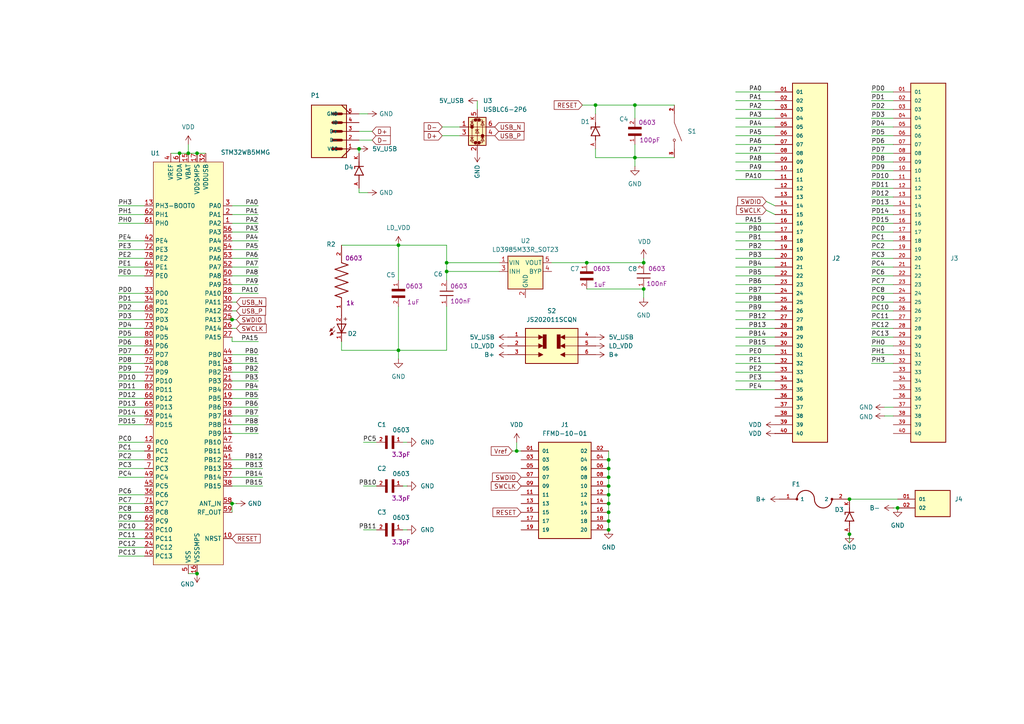
<source format=kicad_sch>
(kicad_sch (version 20250114) (generator "eeschema") (generator_version "9.0")
  (paper "A4")
  (junction (at 176.53 135.89))
  (junction (at 149.86 130.81))
  (junction (at 67.31 146.05))
  (junction (at 129.54 78.74))
  (junction (at 176.53 146.05))
  (junction (at 246.38 144.78))
  (junction (at 115.57 71.12))
  (junction (at 115.57 101.6))
  (junction (at 186.69 83.82))
  (junction (at 246.38 154.94))
  (junction (at 170.18 76.2))
  (junction (at 260.35 147.32))
  (junction (at 67.31 92.71))
  (junction (at 129.54 76.2))
  (junction (at 184.15 30.48))
  (junction (at 104.14 43.18))
  (junction (at 176.53 143.51))
  (junction (at 176.53 148.59))
  (junction (at 176.53 151.13))
  (junction (at 57.15 44.45))
  (junction (at 176.53 140.97))
  (junction (at 186.69 76.2))
  (junction (at 176.53 153.67))
  (junction (at 176.53 138.43))
  (junction (at 57.15 166.37))
  (junction (at 52.07 44.45))
  (junction (at 176.53 133.35))
  (junction (at 172.72 30.48))
  (junction (at 54.61 44.45))
  (junction (at 184.15 45.72))
  (wire (pts (xy 213.36 92.71) (xy 224.79 92.71)))
  (wire (pts (xy 105.41 153.67) (xy 109.22 153.67)))
  (wire (pts (xy 67.31 74.93) (xy 74.93 74.93)))
  (wire (pts (xy 213.36 102.87) (xy 224.79 102.87)))
  (wire (pts (xy 356.87 142.24) (xy 350.52 142.24)))
  (wire (pts (xy 259.08 41.91) (xy 252.73 41.91)))
  (wire (pts (xy 259.08 57.15) (xy 252.73 57.15)))
  (wire (pts (xy 41.91 90.17) (xy 34.29 90.17)))
  (wire (pts (xy 115.57 71.12) (xy 129.54 71.12)))
  (wire (pts (xy 256.54 120.65) (xy 259.08 120.65)))
  (wire (pts (xy 259.08 92.71) (xy 252.73 92.71)))
  (wire (pts (xy 118.11 153.67) (xy 116.84 153.67)))
  (wire (pts (xy 356.87 132.08) (xy 350.52 132.08)))
  (wire (pts (xy 213.36 69.85) (xy 224.79 69.85)))
  (wire (pts (xy 144.78 78.74) (xy 129.54 78.74)))
  (wire (pts (xy 67.31 82.55) (xy 74.93 82.55)))
  (wire (pts (xy 213.36 113.03) (xy 224.79 113.03)))
  (wire (pts (xy 67.31 120.65) (xy 74.93 120.65)))
  (wire (pts (xy 54.61 166.37) (xy 57.15 166.37)))
  (wire (pts (xy 41.91 72.39) (xy 34.29 72.39)))
  (wire (pts (xy 67.31 80.01) (xy 74.93 80.01)))
  (wire (pts (xy 213.36 80.01) (xy 224.79 80.01)))
  (wire (pts (xy 64.77 92.71) (xy 67.31 92.71)))
  (wire (pts (xy 129.54 88.9) (xy 129.54 101.6)))
  (wire (pts (xy 213.36 34.29) (xy 224.79 34.29)))
  (wire (pts (xy 144.78 76.2) (xy 129.54 76.2)))
  (wire (pts (xy 41.91 151.13) (xy 34.29 151.13)))
  (wire (pts (xy 41.91 128.27) (xy 34.29 128.27)))
  (wire (pts (xy 306.07 134.62) (xy 317.5 134.62)))
  (wire (pts (xy 356.87 121.92) (xy 350.52 121.92)))
  (wire (pts (xy 149.86 128.27) (xy 149.86 130.81)))
  (wire (pts (xy 41.91 143.51) (xy 34.29 143.51)))
  (wire (pts (xy 67.31 135.89) (xy 76.2 135.89)))
  (wire (pts (xy 222.25 58.42) (xy 224.79 59.69)))
  (wire (pts (xy 259.08 97.79) (xy 252.73 97.79)))
  (wire (pts (xy 115.57 101.6) (xy 129.54 101.6)))
  (wire (pts (xy 107.95 40.64) (xy 104.14 40.64)))
  (wire (pts (xy 356.87 129.54) (xy 350.52 129.54)))
  (wire (pts (xy 129.54 78.74) (xy 129.54 81.28)))
  (wire (pts (xy 306.07 119.38) (xy 317.5 119.38)))
  (wire (pts (xy 67.31 90.17) (xy 68.58 90.17)))
  (wire (pts (xy 115.57 104.14) (xy 115.57 101.6)))
  (wire (pts (xy 49.53 44.45) (xy 52.07 44.45)))
  (wire (pts (xy 259.08 54.61) (xy 252.73 54.61)))
  (wire (pts (xy 259.08 87.63) (xy 252.73 87.63)))
  (wire (pts (xy 67.31 92.71) (xy 68.58 92.71)))
  (wire (pts (xy 259.08 100.33) (xy 252.73 100.33)))
  (wire (pts (xy 168.91 30.48) (xy 172.72 30.48)))
  (wire (pts (xy 213.36 39.37) (xy 224.79 39.37)))
  (wire (pts (xy 213.36 95.25) (xy 224.79 95.25)))
  (wire (pts (xy 57.15 44.45) (xy 59.69 44.45)))
  (wire (pts (xy 107.95 38.1) (xy 104.14 38.1)))
  (wire (pts (xy 356.87 124.46) (xy 350.52 124.46)))
  (wire (pts (xy 259.08 59.69) (xy 252.73 59.69)))
  (wire (pts (xy 67.31 138.43) (xy 76.2 138.43)))
  (wire (pts (xy 41.91 62.23) (xy 34.29 62.23)))
  (wire (pts (xy 213.36 77.47) (xy 224.79 77.47)))
  (wire (pts (xy 246.38 144.78) (xy 260.35 144.78)))
  (wire (pts (xy 115.57 88.9) (xy 115.57 101.6)))
  (wire (pts (xy 213.36 74.93) (xy 224.79 74.93)))
  (wire (pts (xy 67.31 133.35) (xy 76.2 133.35)))
  (wire (pts (xy 67.31 85.09) (xy 74.93 85.09)))
  (wire (pts (xy 259.08 34.29) (xy 252.73 34.29)))
  (wire (pts (xy 67.31 64.77) (xy 74.93 64.77)))
  (wire (pts (xy 67.31 125.73) (xy 74.93 125.73)))
  (wire (pts (xy 41.91 92.71) (xy 34.29 92.71)))
  (wire (pts (xy 186.69 86.36) (xy 186.69 83.82)))
  (wire (pts (xy 41.91 64.77) (xy 34.29 64.77)))
  (wire (pts (xy 104.14 44.45) (xy 104.14 43.18)))
  (wire (pts (xy 259.08 90.17) (xy 252.73 90.17)))
  (wire (pts (xy 170.18 83.82) (xy 186.69 83.82)))
  (wire (pts (xy 67.31 110.49) (xy 74.93 110.49)))
  (wire (pts (xy 68.58 95.25) (xy 67.31 95.25)))
  (wire (pts (xy 128.27 36.83) (xy 133.35 36.83)))
  (wire (pts (xy 356.87 139.7) (xy 350.52 139.7)))
  (wire (pts (xy 259.08 44.45) (xy 252.73 44.45)))
  (wire (pts (xy 306.07 124.46) (xy 317.5 124.46)))
  (wire (pts (xy 67.31 69.85) (xy 74.93 69.85)))
  (wire (pts (xy 259.08 85.09) (xy 252.73 85.09)))
  (wire (pts (xy 213.36 31.75) (xy 224.79 31.75)))
  (wire (pts (xy 259.08 95.25) (xy 252.73 95.25)))
  (wire (pts (xy 41.91 146.05) (xy 34.29 146.05)))
  (wire (pts (xy 106.68 55.88) (xy 104.14 55.88)))
  (wire (pts (xy 67.31 102.87) (xy 74.93 102.87)))
  (wire (pts (xy 213.36 49.53) (xy 224.79 49.53)))
  (wire (pts (xy 41.91 161.29) (xy 34.29 161.29)))
  (wire (pts (xy 115.57 81.28) (xy 115.57 71.12)))
  (wire (pts (xy 259.08 62.23) (xy 252.73 62.23)))
  (wire (pts (xy 118.11 140.97) (xy 116.84 140.97)))
  (wire (pts (xy 67.31 72.39) (xy 74.93 72.39)))
  (wire (pts (xy 41.91 115.57) (xy 34.29 115.57)))
  (wire (pts (xy 213.36 105.41) (xy 224.79 105.41)))
  (wire (pts (xy 176.53 135.89) (xy 176.53 138.43)))
  (wire (pts (xy 259.08 67.31) (xy 252.73 67.31)))
  (wire (pts (xy 41.91 158.75) (xy 34.29 158.75)))
  (wire (pts (xy 259.08 36.83) (xy 252.73 36.83)))
  (wire (pts (xy 67.31 148.59) (xy 67.31 146.05)))
  (wire (pts (xy 176.53 140.97) (xy 176.53 143.51)))
  (wire (pts (xy 184.15 34.29) (xy 184.15 30.48)))
  (wire (pts (xy 68.58 146.05) (xy 67.31 146.05)))
  (wire (pts (xy 184.15 41.91) (xy 184.15 45.72)))
  (wire (pts (xy 184.15 45.72) (xy 172.72 45.72)))
  (wire (pts (xy 67.31 107.95) (xy 74.93 107.95)))
  (wire (pts (xy 222.25 60.96) (xy 224.79 62.23)))
  (wire (pts (xy 41.91 95.25) (xy 34.29 95.25)))
  (wire (pts (xy 67.31 99.06) (xy 74.93 99.06)))
  (wire (pts (xy 52.07 44.45) (xy 54.61 44.45)))
  (wire (pts (xy 67.31 87.63) (xy 68.58 87.63)))
  (wire (pts (xy 67.31 115.57) (xy 74.93 115.57)))
  (wire (pts (xy 99.06 101.6) (xy 115.57 101.6)))
  (wire (pts (xy 213.36 44.45) (xy 224.79 44.45)))
  (wire (pts (xy 54.61 41.91) (xy 54.61 44.45)))
  (wire (pts (xy 172.72 30.48) (xy 184.15 30.48)))
  (wire (pts (xy 259.08 46.99) (xy 252.73 46.99)))
  (wire (pts (xy 129.54 71.12) (xy 129.54 76.2)))
  (wire (pts (xy 41.91 133.35) (xy 34.29 133.35)))
  (wire (pts (xy 213.36 72.39) (xy 224.79 72.39)))
  (wire (pts (xy 99.06 71.12) (xy 115.57 71.12)))
  (wire (pts (xy 170.18 76.2) (xy 186.69 76.2)))
  (wire (pts (xy 356.87 134.62) (xy 350.52 134.62)))
  (wire (pts (xy 67.31 77.47) (xy 74.93 77.47)))
  (wire (pts (xy 259.08 69.85) (xy 252.73 69.85)))
  (wire (pts (xy 41.91 118.11) (xy 34.29 118.11)))
  (wire (pts (xy 306.07 127) (xy 317.5 127)))
  (wire (pts (xy 213.36 36.83) (xy 224.79 36.83)))
  (wire (pts (xy 176.53 148.59) (xy 176.53 151.13)))
  (wire (pts (xy 213.36 29.21) (xy 224.79 29.21)))
  (wire (pts (xy 195.58 45.72) (xy 184.15 45.72)))
  (wire (pts (xy 213.36 82.55) (xy 224.79 82.55)))
  (wire (pts (xy 41.91 110.49) (xy 34.29 110.49)))
  (wire (pts (xy 105.41 128.27) (xy 109.22 128.27)))
  (wire (pts (xy 184.15 30.48) (xy 195.58 30.48)))
  (wire (pts (xy 176.53 138.43) (xy 176.53 140.97)))
  (wire (pts (xy 149.86 130.81) (xy 151.13 130.81)))
  (wire (pts (xy 306.07 147.32) (xy 317.5 147.32)))
  (wire (pts (xy 67.31 140.97) (xy 76.2 140.97)))
  (wire (pts (xy 259.08 77.47) (xy 252.73 77.47)))
  (wire (pts (xy 213.36 46.99) (xy 224.79 46.99)))
  (wire (pts (xy 54.61 44.45) (xy 57.15 44.45)))
  (wire (pts (xy 259.08 31.75) (xy 252.73 31.75)))
  (wire (pts (xy 256.54 118.11) (xy 259.08 118.11)))
  (wire (pts (xy 67.31 62.23) (xy 74.93 62.23)))
  (wire (pts (xy 306.07 137.16) (xy 317.5 137.16)))
  (wire (pts (xy 67.31 67.31) (xy 74.93 67.31)))
  (wire (pts (xy 259.08 102.87) (xy 252.73 102.87)))
  (wire (pts (xy 41.91 105.41) (xy 34.29 105.41)))
  (wire (pts (xy 356.87 144.78) (xy 350.52 144.78)))
  (wire (pts (xy 356.87 119.38) (xy 350.52 119.38)))
  (wire (pts (xy 259.08 26.67) (xy 252.73 26.67)))
  (wire (pts (xy 259.08 74.93) (xy 252.73 74.93)))
  (wire (pts (xy 213.36 110.49) (xy 224.79 110.49)))
  (wire (pts (xy 184.15 48.26) (xy 184.15 45.72)))
  (wire (pts (xy 213.36 52.07) (xy 224.79 52.07)))
  (wire (pts (xy 306.07 129.54) (xy 317.5 129.54)))
  (wire (pts (xy 356.87 137.16) (xy 350.52 137.16)))
  (wire (pts (xy 172.72 45.72) (xy 172.72 43.18)))
  (wire (pts (xy 306.07 144.78) (xy 317.5 144.78)))
  (wire (pts (xy 41.91 80.01) (xy 34.29 80.01)))
  (wire (pts (xy 104.14 55.88) (xy 104.14 54.61)))
  (wire (pts (xy 213.36 64.77) (xy 224.79 64.77)))
  (wire (pts (xy 213.36 97.79) (xy 224.79 97.79)))
  (wire (pts (xy 41.91 85.09) (xy 34.29 85.09)))
  (wire (pts (xy 34.29 97.79) (xy 41.91 97.79)))
  (wire (pts (xy 176.53 130.81) (xy 176.53 133.35)))
  (wire (pts (xy 67.31 123.19) (xy 74.93 123.19)))
  (wire (pts (xy 176.53 151.13) (xy 176.53 153.67)))
  (wire (pts (xy 41.91 156.21) (xy 34.29 156.21)))
  (wire (pts (xy 246.38 157.48) (xy 246.38 154.94)))
  (wire (pts (xy 118.11 128.27) (xy 116.84 128.27)))
  (wire (pts (xy 259.08 29.21) (xy 252.73 29.21)))
  (wire (pts (xy 138.43 29.21) (xy 138.43 31.75)))
  (wire (pts (xy 259.08 39.37) (xy 252.73 39.37)))
  (wire (pts (xy 41.91 123.19) (xy 34.29 123.19)))
  (wire (pts (xy 356.87 127) (xy 350.52 127)))
  (wire (pts (xy 148.59 130.81) (xy 149.86 130.81)))
  (wire (pts (xy 306.07 139.7) (xy 317.5 139.7)))
  (wire (pts (xy 67.31 59.69) (xy 74.93 59.69)))
  (wire (pts (xy 213.36 87.63) (xy 224.79 87.63)))
  (wire (pts (xy 306.07 121.92) (xy 317.5 121.92)))
  (wire (pts (xy 186.69 74.93) (xy 186.69 76.2)))
  (wire (pts (xy 259.08 64.77) (xy 252.73 64.77)))
  (wire (pts (xy 176.53 143.51) (xy 176.53 146.05)))
  (wire (pts (xy 41.91 138.43) (xy 34.29 138.43)))
  (wire (pts (xy 259.08 49.53) (xy 252.73 49.53)))
  (wire (pts (xy 99.06 99.06) (xy 99.06 101.6)))
  (wire (pts (xy 41.91 74.93) (xy 34.29 74.93)))
  (wire (pts (xy 213.36 107.95) (xy 224.79 107.95)))
  (wire (pts (xy 306.07 142.24) (xy 317.5 142.24)))
  (wire (pts (xy 213.36 100.33) (xy 224.79 100.33)))
  (wire (pts (xy 105.41 140.97) (xy 109.22 140.97)))
  (wire (pts (xy 129.54 76.2) (xy 129.54 78.74)))
  (wire (pts (xy 356.87 147.32) (xy 350.52 147.32)))
  (wire (pts (xy 41.91 120.65) (xy 34.29 120.65)))
  (wire (pts (xy 41.91 87.63) (xy 34.29 87.63)))
  (wire (pts (xy 41.91 69.85) (xy 34.29 69.85)))
  (wire (pts (xy 306.07 132.08) (xy 317.5 132.08)))
  (wire (pts (xy 259.08 147.32) (xy 260.35 147.32)))
  (wire (pts (xy 259.08 52.07) (xy 252.73 52.07)))
  (wire (pts (xy 259.08 82.55) (xy 252.73 82.55)))
  (wire (pts (xy 106.68 33.02) (xy 104.14 33.02)))
  (wire (pts (xy 176.53 146.05) (xy 176.53 148.59)))
  (wire (pts (xy 41.91 77.47) (xy 34.29 77.47)))
  (wire (pts (xy 67.31 113.03) (xy 74.93 113.03)))
  (wire (pts (xy 172.72 33.02) (xy 172.72 30.48)))
  (wire (pts (xy 41.91 113.03) (xy 34.29 113.03)))
  (wire (pts (xy 41.91 153.67) (xy 34.29 153.67)))
  (wire (pts (xy 213.36 26.67) (xy 224.79 26.67)))
  (wire (pts (xy 67.31 97.79) (xy 67.31 99.06)))
  (wire (pts (xy 41.91 107.95) (xy 34.29 107.95)))
  (wire (pts (xy 259.08 72.39) (xy 252.73 72.39)))
  (wire (pts (xy 213.36 85.09) (xy 224.79 85.09)))
  (wire (pts (xy 41.91 148.59) (xy 34.29 148.59)))
  (wire (pts (xy 213.36 90.17) (xy 224.79 90.17)))
  (wire (pts (xy 259.08 80.01) (xy 252.73 80.01)))
  (wire (pts (xy 160.02 76.2) (xy 170.18 76.2)))
  (wire (pts (xy 128.27 39.37) (xy 133.35 39.37)))
  (wire (pts (xy 176.53 133.35) (xy 176.53 135.89)))
  (wire (pts (xy 41.91 102.87) (xy 34.29 102.87)))
  (wire (pts (xy 41.91 59.69) (xy 34.29 59.69)))
  (wire (pts (xy 67.31 105.41) (xy 74.93 105.41)))
  (wire (pts (xy 213.36 67.31) (xy 224.79 67.31)))
  (wire (pts (xy 41.91 100.33) (xy 34.29 100.33)))
  (wire (pts (xy 67.31 118.11) (xy 74.93 118.11)))
  (wire (pts (xy 213.36 41.91) (xy 224.79 41.91)))
  (wire (pts (xy 41.91 130.81) (xy 34.29 130.81)))
  (wire (pts (xy 41.91 135.89) (xy 34.29 135.89)))
  (wire (pts (xy 259.08 105.41) (xy 252.73 105.41)))
  (label "PB13" (at 222.25 95.25 180))
  (label "PC10" (at 350.52 132.08 0))
  (label "PC0" (at 34.29 128.27 0))
  (label "PA15" (at 74.93 99.06 180))
  (label "PC12" (at 34.29 158.75 0))
  (label "PE1" (at 313.69 139.7 180))
  (label "PA9" (at 220.98 49.53 180))
  (label "PD5" (at 252.73 39.37 0))
  (label "PB2" (at 74.93 107.95 180))
  (label "PD2" (at 34.29 90.17 0))
  (label "PB8" (at 220.98 87.63 180))
  (label "PB0" (at 74.93 102.87 180))
  (label "PB9" (at 74.93 125.73 180))
  (label "PC9" (at 252.73 87.63 0))
  (label "PB14" (at 76.2 138.43 180))
  (label "PC5" (at 109.22 128.27 180))
  (label "PA10" (at 74.93 85.09 180))
  (label "PH0" (at 34.29 64.77 0))
  (label "PD3" (at 252.73 34.29 0))
  (label "PD6" (at 252.73 41.91 0))
  (label "PA8" (at 220.98 46.99 180))
  (label "PC7" (at 34.29 146.05 0))
  (label "PA4" (at 220.98 36.83 180))
  (label "PA7" (at 74.93 77.47 180))
  (label "PC7" (at 350.52 124.46 0))
  (label "PD0" (at 252.73 26.67 0))
  (label "PB12" (at 222.25 92.71 180))
  (label "PD14" (at 34.29 120.65 0))
  (label "PD7" (at 252.73 44.45 0))
  (label "PD5" (at 34.29 97.79 0))
  (label "PA2" (at 74.93 64.77 180))
  (label "PE3" (at 34.29 72.39 0))
  (label "PE0" (at 313.69 137.16 180))
  (label "PB8" (at 313.69 121.92 180))
  (label "PA3" (at 74.93 67.31 180))
  (label "PB14" (at 314.96 132.08 180))
  (label "PC4" (at 350.52 119.38 0))
  (label "PB9" (at 313.69 124.46 180))
  (label "PB1" (at 220.98 69.85 180))
  (label "PE3" (at 313.69 144.78 180))
  (label "PE1" (at 220.98 105.41 180))
  (label "PB12" (at 314.96 127 180))
  (label "PB13" (at 76.2 135.89 180))
  (label "PB4" (at 74.93 113.03 180))
  (label "PC8" (at 350.52 127 0))
  (label "PA2" (at 220.98 31.75 180))
  (label "PD9" (at 34.29 107.95 0))
  (label "PE0" (at 220.98 102.87 180))
  (label "PE1" (at 34.29 77.47 0))
  (label "PC7" (at 252.73 82.55 0))
  (label "PD11" (at 34.29 113.03 0))
  (label "PA5" (at 220.98 39.37 180))
  (label "PA10" (at 220.98 52.07 180))
  (label "PC13" (at 34.29 161.29 0))
  (label "PB2" (at 220.98 72.39 180))
  (label "PE4" (at 313.69 147.32 180))
  (label "PD10" (at 34.29 110.49 0))
  (label "PB5" (at 220.98 80.01 180))
  (label "PA5" (at 74.93 72.39 180))
  (label "PH3" (at 34.29 59.69 0))
  (label "PC2" (at 252.73 72.39 0))
  (label "PB13" (at 314.96 129.54 180))
  (label "PD15" (at 34.29 123.19 0))
  (label "PH0" (at 252.73 100.33 0))
  (label "PC8" (at 252.73 85.09 0))
  (label "PD4" (at 252.73 36.83 0))
  (label "PD2" (at 252.73 31.75 0))
  (label "PA1" (at 220.98 29.21 180))
  (label "PH1" (at 350.52 144.78 0))
  (label "PC1" (at 34.29 130.81 0))
  (label "PB12" (at 76.2 133.35 180))
  (label "PC9" (at 350.52 129.54 0))
  (label "PB15" (at 222.25 100.33 180))
  (label "PD8" (at 252.73 46.99 0))
  (label "PC3" (at 252.73 74.93 0))
  (label "PD12" (at 252.73 57.15 0))
  (label "PC11" (at 34.29 156.21 0))
  (label "PC10" (at 252.73 90.17 0))
  (label "PC2" (at 34.29 133.35 0))
  (label "PA15" (at 220.98 64.77 180))
  (label "PD3" (at 34.29 92.71 0))
  (label "PE4" (at 34.29 69.85 0))
  (label "PC4" (at 34.29 138.43 0))
  (label "PE3" (at 220.98 110.49 180))
  (label "PA0" (at 74.93 59.69 180))
  (label "PB5" (at 74.93 115.57 180))
  (label "PD1" (at 252.73 29.21 0))
  (label "PA4" (at 74.93 69.85 180))
  (label "PC3" (at 34.29 135.89 0))
  (label "PB6" (at 74.93 118.11 180))
  (label "PD6" (at 34.29 100.33 0))
  (label "PA1" (at 74.93 62.23 180))
  (label "PC6" (at 350.52 121.92 0))
  (label "PE2" (at 220.98 107.95 180))
  (label "PD12" (at 34.29 115.57 0))
  (label "PA8" (at 74.93 80.01 180))
  (label "PH3" (at 252.73 105.41 0))
  (label "PB11" (at 109.22 153.67 180))
  (label "PH3" (at 350.52 147.32 0))
  (label "PH0" (at 350.52 142.24 0))
  (label "PH1" (at 252.73 102.87 0))
  (label "PB15" (at 76.2 140.97 180))
  (label "PC1" (at 252.73 69.85 0))
  (label "PB8" (at 74.93 123.19 180))
  (label "PC11" (at 350.52 134.62 0))
  (label "PB15" (at 314.96 134.62 180))
  (label "PD9" (at 252.73 49.53 0))
  (label "PB4" (at 220.98 77.47 180))
  (label "PD7" (at 34.29 102.87 0))
  (label "PC11" (at 252.73 92.71 0))
  (label "PH1" (at 34.29 62.23 0))
  (label "PA7" (at 220.98 44.45 180))
  (label "PD15" (at 252.73 64.77 0))
  (label "PD13" (at 34.29 118.11 0))
  (label "PB7" (at 74.93 120.65 180))
  (label "PD1" (at 34.29 87.63 0))
  (label "PA6" (at 220.98 41.91 180))
  (label "PB14" (at 222.25 97.79 180))
  (label "PA3" (at 220.98 34.29 180))
  (label "PC6" (at 34.29 143.51 0))
  (label "PE4" (at 220.98 113.03 180))
  (label "PC0" (at 252.73 67.31 0))
  (label "PD0" (at 34.29 85.09 0))
  (label "PB0" (at 220.98 67.31 180))
  (label "PD11" (at 252.73 54.61 0))
  (label "PB7" (at 220.98 85.09 180))
  (label "PE2" (at 313.69 142.24 180))
  (label "PB3" (at 220.98 74.93 180))
  (label "PD10" (at 252.73 52.07 0))
  (label "PB10" (at 109.22 140.97 180))
  (label "PE0" (at 34.29 80.01 0))
  (label "PA9" (at 74.93 82.55 180))
  (label "PC9" (at 34.29 151.13 0))
  (label "PC8" (at 34.29 148.59 0))
  (label "PE2" (at 34.29 74.93 0))
  (label "PC6" (at 252.73 80.01 0))
  (label "PD14" (at 252.73 62.23 0))
  (label "PC4" (at 252.73 77.47 0))
  (label "PA6" (at 74.93 74.93 180))
  (label "PC13" (at 350.52 139.7 0))
  (label "PD8" (at 34.29 105.41 0))
  (label "PC13" (at 252.73 97.79 0))
  (label "PB6" (at 220.98 82.55 180))
  (label "PC12" (at 252.73 95.25 0))
  (label "PB1" (at 74.93 105.41 180))
  (label "PD13" (at 252.73 59.69 0))
  (label "PA0" (at 220.98 26.67 180))
  (label "PB7" (at 313.69 119.38 180))
  (label "PC10" (at 34.29 153.67 0))
  (label "PB9" (at 220.98 90.17 180))
  (label "PC12" (at 350.52 137.16 0))
  (label "PD4" (at 34.29 95.25 0))
  (label "PB3" (at 74.93 110.49 180))
  (global_label "Vref" (shape input) (at 148.59 130.81 180) (property "Intersheetrefs" "${INTERSHEET_REFS}" (effects (hide yes))))
  (global_label "SWDIO" (shape input) (at 222.25 58.42 180) (property "Intersheetrefs" "${INTERSHEET_REFS}" (effects (hide yes))))
  (global_label "USB_P" (shape input) (at 143.51 39.37 0) (property "Intersheetrefs" "${INTERSHEET_REFS}" (effects (hide yes))))
  (global_label "D-" (shape input) (at 107.95 40.64 0) (property "Intersheetrefs" "${INTERSHEET_REFS}" (effects (hide yes))))
  (global_label "RESET" (shape input) (at 67.31 156.21 0) (property "Intersheetrefs" "${INTERSHEET_REFS}" (effects (hide yes))))
  (global_label "SWDIO" (shape input) (at 151.13 138.43 180) (property "Intersheetrefs" "${INTERSHEET_REFS}" (effects (hide yes))))
  (global_label "SWCLK" (shape input) (at 222.25 60.96 180) (property "Intersheetrefs" "${INTERSHEET_REFS}" (effects (hide yes))))
  (global_label "SWCLK" (shape input) (at 68.58 95.25 0) (property "Intersheetrefs" "${INTERSHEET_REFS}" (effects (hide yes))))
  (global_label "RESET" (shape input) (at 168.91 30.48 180) (property "Intersheetrefs" "${INTERSHEET_REFS}" (effects (hide yes))))
  (global_label "SWDIO" (shape input) (at 68.58 92.71 0) (property "Intersheetrefs" "${INTERSHEET_REFS}" (effects (hide yes))))
  (global_label "RESET" (shape input) (at 151.13 148.59 180) (property "Intersheetrefs" "${INTERSHEET_REFS}" (effects (hide yes))))
  (global_label "USB_N" (shape input) (at 143.51 36.83 0) (property "Intersheetrefs" "${INTERSHEET_REFS}" (effects (hide yes))))
  (global_label "D+" (shape input) (at 128.27 39.37 180) (property "Intersheetrefs" "${INTERSHEET_REFS}" (effects (hide yes))))
  (global_label "D+" (shape input) (at 107.95 38.1 0) (property "Intersheetrefs" "${INTERSHEET_REFS}" (effects (hide yes))))
  (global_label "USB_N" (shape input) (at 68.58 87.63 0) (property "Intersheetrefs" "${INTERSHEET_REFS}" (effects (hide yes))))
  (global_label "USB_P" (shape input) (at 68.58 90.17 0) (property "Intersheetrefs" "${INTERSHEET_REFS}" (effects (hide yes))))
  (global_label "D-" (shape input) (at 128.27 36.83 180) (property "Intersheetrefs" "${INTERSHEET_REFS}" (effects (hide yes))))
  (global_label "SWCLK" (shape input) (at 151.13 140.97 180) (property "Intersheetrefs" "${INTERSHEET_REFS}" (effects (hide yes))))
  (symbol (lib_id "power:GND") (at 118.11 128.27 90) (unit 1)
    (property "Reference" "#PWR04" (effects (hide yes)))
    (property "Value" "GND" (at 121.92 128.2699 90) (effects (justify right)))
    (property "Description" "Power symbol creates a global label with name \"GND\" , ground" (effects (hide yes)))
  )
  (symbol (lib_id "WL-SMCW_0603:WL-SMCW_0603") (at 99.06 96.52 90) (unit 1)
    (property "Reference" "D2" (at 100.838 96.774 90) (effects (justify right)))
    (property "Value" "WL-SMCW_0603" (effects (hide yes)))
    (property "Footprint" "WL-SMCW_0603:WL-SMCW_0603" (effects (hide yes)))
    (property "MF" "Wurth Elektronik" (effects (hide yes)))
    (property "Description_1" "0603, Bright Green, Typ.(@20mA): 570nm, 40mcd, 2.0V, 140° AlInGaP" (effects (hide yes)))
    (property "Package" "0603 Würth Elektronik" (effects (hide yes)))
    (property "Price" "None" (effects (hide yes)))
    (property "SnapEDA_Link" "https://www.snapeda.com/parts/150060VS75000/Wurth+Electronics/view-part/?ref=snap" (effects (hide yes)))
    (property "MP" "150060VS75000" (effects (hide yes)))
    (property "Availability" "In Stock" (effects (hide yes)))
    (property "Check_prices" "https://www.snapeda.com/parts/150060VS75000/Wurth+Electronics/view-part/?ref=eda" (effects (hide yes)))
  )
  (symbol (lib_id "power:VDD") (at 147.32 100.33 90) (unit 1)
    (property "Reference" "#PWR028" (effects (hide yes)))
    (property "Value" "LD_VDD" (at 143.51 100.3299 90) (effects (justify left)))
    (property "Description" "Power symbol creates a global label with name \"VDD\"" (effects (hide yes)))
  )
  (symbol (lib_id "WCAP-CSGP_0603:WCAP-CSGP_0603") (at 129.54 86.36 90) (unit 1)
    (property "Reference" "C6" (at 125.73 79.502 90) (effects (justify right)))
    (property "Value" "WCAP-CSGP_0603" (effects (hide yes)))
    (property "Footprint" "WCAP-CSGP_0603:WCAP-CSGP_0603_R" (effects (hide yes)))
    (property "Description" "100nF" (at 133.604 87.376 90))
    (property "MF" "Würth Elektronik" (effects (hide yes)))
    (property "Description_1" "Capacitor 100nF Multilayer Ceramic MLCC25 V , X7R Dielectric 0603 Surface Mount | Wurth Electronics 885012206071" (effects (hide yes)))
    (property "Package" "0603" (at 133.096 82.296 90) (effects (justify bottom)))
    (property "Price" "None" (effects (hide yes)))
    (property "SnapEDA_Link" "https://www.snapeda.com/parts/885012206071/W%25C3%25BCrth+Elektronik+Midcom/view-part/?ref=snap" (effects (hide yes)))
    (property "MP" "885012206071" (effects (hide yes)))
    (property "Availability" "In Stock" (effects (hide yes)))
    (property "Check_prices" "https://www.snapeda.com/parts/885012206071/W%25C3%25BCrth+Elektronik+Midcom/view-part/?ref=eda" (effects (hide yes)))
  )
  (symbol (lib_id "JS202011SCQN:JS202011SCQN") (at 160.02 100.33 0) (unit 1)
    (property "Reference" "S2" (at 160.02 90.17 0))
    (property "Value" "JS202011SCQN" (at 160.02 92.71 0))
    (property "Footprint" "JS202011SCQN:SW_JS202011SCQN" (effects (hide yes)))
    (property "MF" "C&K" (effects (hide yes)))
    (property "MAXIMUM_PACKAGE_HEIGHT" "5.5 mm" (effects (hide yes)))
    (property "Package" "None" (effects (hide yes)))
    (property "Price" "None" (effects (hide yes)))
    (property "Check_prices" "https://www.snapeda.com/parts/JS202011SCQN/C%2526K/view-part/?ref=eda" (effects (hide yes)))
    (property "STANDARD" "Manufacturer Recommendations" (effects (hide yes)))
    (property "PARTREV" "26 May 22" (effects (hide yes)))
    (property "SnapEDA_Link" "https://www.snapeda.com/parts/JS202011SCQN/C%2526K/view-part/?ref=snap" (effects (hide yes)))
    (property "MP" "JS202011SCQN" (effects (hide yes)))
    (property "Description_1" "Slide Switch DPDT Surface Mount" (effects (hide yes)))
    (property "MANUFACTURER" "C&K" (effects (hide yes)))
    (property "Availability" "In Stock" (effects (hide yes)))
    (property "SNAPEDA_PN" "JS202011SCQN" (effects (hide yes)))
  )
  (symbol (lib_id "power:VDD") (at 138.43 44.45 180) (unit 1)
    (property "Reference" "#PWR017" (effects (hide yes)))
    (property "Value" "GND" (at 138.43 49.784 90))
    (property "Description" "Power symbol creates a global label with name \"VDD\"" (effects (hide yes)))
  )
  (symbol (lib_id "power:VDD") (at 172.72 102.87 270) (unit 1)
    (property "Reference" "#PWR027" (effects (hide yes)))
    (property "Value" "B+" (at 176.53 102.8699 90) (effects (justify left)))
    (property "Description" "Power symbol creates a global label with name \"VDD\"" (effects (hide yes)))
  )
  (symbol (lib_id "MTMM-102-05-G-S-175:MTMM-102-05-G-S-175") (at 270.51 144.78 0) (unit 1)
    (property "Reference" "J4" (at 276.86 144.7799 0) (effects (justify left)))
    (property "Value" "MTMM-102-05-G-S-175" (effects (hide yes)))
    (property "Footprint" "MTMM-102-05-G-S-175:SAMTEC_MTMM-102-05-G-S-175" (effects (hide yes)))
    (property "MF" "Samtec" (effects (hide yes)))
    (property "Description_1" "CONN HEADER VERT 2POS 2MM" (effects (hide yes)))
    (property "Package" "None" (effects (hide yes)))
    (property "Price" "None" (effects (hide yes)))
    (property "Check_prices" "https://www.snapeda.com/parts/MTMM-102-05-G-S-175/Samtec/view-part/?ref=eda" (effects (hide yes)))
    (property "SnapEDA_Link" "https://www.snapeda.com/parts/MTMM-102-05-G-S-175/Samtec/view-part/?ref=snap" (effects (hide yes)))
    (property "MP" "MTMM-102-05-G-S-175" (effects (hide yes)))
    (property "Availability" "In Stock" (effects (hide yes)))
    (property "MANUFACTURER" "SAMTEC" (effects (hide yes)))
  )
  (symbol (lib_id "power:VDD") (at 147.32 97.79 90) (unit 1)
    (property "Reference" "#PWR019" (effects (hide yes)))
    (property "Value" "5V_USB" (at 143.51 97.7899 90) (effects (justify left)))
    (property "Description" "Power symbol creates a global label with name \"VDD\"" (effects (hide yes)))
  )
  (symbol (lib_id "power:VDD") (at 68.58 146.05 270) (unit 1)
    (property "Reference" "#PWR013" (effects (hide yes)))
    (property "Value" "GND" (at 73.914 146.05 90))
    (property "Description" "Power symbol creates a global label with name \"VDD\"" (effects (hide yes)))
  )
  (symbol (lib_id "RF_Module:STM32WB5MMG") (at 53.34 93.98 0) (unit 1)
    (property "Reference" "U1" (at 43.688 44.45 0) (effects (justify left)))
    (property "Value" "STM32WB5MMG" (at 64.008 44.196 0) (effects (justify left)))
    (property "Footprint" "RF_Module:ST-SiP-LGA-86-11x7.3mm" (effects (hide yes)))
    (property "Datasheet" "https://www.st.com/resource/en/datasheet/stm32wb5mmg.pdf" (effects (hide yes)))
    (property "Description" "ST Microelectronics STM32WB55VG ARM Cortex Bluetooth Low Energy 5.0, Zigbee and 802.15.4 module, 1 MB Flash, 256kb RAM, Fully integrated BOM" (effects (hide yes)))
  )
  (symbol (lib_id "WCAP-CSGP_0603:WCAP-CSGP_0603") (at 186.69 81.28 90) (unit 1)
    (property "Reference" "C8" (at 182.118 77.978 90) (effects (justify right)))
    (property "Value" "WCAP-CSGP_0603" (effects (hide yes)))
    (property "Footprint" "WCAP-CSGP_0603:WCAP-CSGP_0603_R" (effects (hide yes)))
    (property "Description" "100nF" (at 190.5 82.296 90))
    (property "MF" "Würth Elektronik" (effects (hide yes)))
    (property "Description_1" "Capacitor 100nF Multilayer Ceramic MLCC25 V , X7R Dielectric 0603 Surface Mount | Wurth Electronics 885012206071" (effects (hide yes)))
    (property "Package" "0603" (at 190.5 77.216 90) (effects (justify bottom)))
    (property "Price" "None" (effects (hide yes)))
    (property "SnapEDA_Link" "https://www.snapeda.com/parts/885012206071/W%25C3%25BCrth+Elektronik+Midcom/view-part/?ref=snap" (effects (hide yes)))
    (property "MP" "885012206071" (effects (hide yes)))
    (property "Availability" "In Stock" (effects (hide yes)))
    (property "Check_prices" "https://www.snapeda.com/parts/885012206071/W%25C3%25BCrth+Elektronik+Midcom/view-part/?ref=eda" (effects (hide yes)))
  )
  (symbol (lib_id "CC0603BRNPO9BN3R3:CC0603BRNPO9BN3R3") (at 111.76 140.97 0) (unit 1)
    (property "Reference" "C2" (at 110.744 135.89 0))
    (property "Value" "0603" (at 116.332 137.414 0))
    (property "Footprint" "CC0603BRNPO9BN3R3:CAPC1608X90" (effects (hide yes)))
    (property "Description" "3.3pF" (at 116.332 144.526 0))
    (property "MF" "Yageo" (effects (hide yes)))
    (property "Description_1" "0603 3.3 pF 50 V ±0.1 pF Tolerance NP0 SMT Multilayer Ceramic Capacitor" (effects (hide yes)))
    (property "Package" "0603 Yageo" (effects (hide yes)))
    (property "Price" "None" (effects (hide yes)))
    (property "SnapEDA_Link" "https://www.snapeda.com/parts/CC0603BRNPO9BN3R3/Yageo/view-part/?ref=snap" (effects (hide yes)))
    (property "MP" "CC0603BRNPO9BN3R3" (effects (hide yes)))
    (property "Availability" "In Stock" (effects (hide yes)))
    (property "Check_prices" "https://www.snapeda.com/parts/CC0603BRNPO9BN3R3/Yageo/view-part/?ref=eda" (effects (hide yes)))
  )
  (symbol (lib_id "power:VDD") (at 149.86 128.27 0) (unit 1)
    (property "Reference" "#PWR07" (effects (hide yes)))
    (property "Value" "VDD" (at 149.86 123.19 0))
    (property "Description" "Power symbol creates a global label with name \"VDD\"" (effects (hide yes)))
  )
  (symbol (lib_id "GRT188R61E105KE13D:GRT188R61E105KE13D") (at 170.18 81.28 90) (unit 1)
    (property "Reference" "C7" (at 165.354 77.978 90) (effects (justify right)))
    (property "Value" "GRT188R61E105KE13D" (effects (hide yes)))
    (property "Footprint" "GRT188R61E105KE13D:CAPC1608X9N" (effects (hide yes)))
    (property "Description" "1uF" (at 173.99 82.55 90))
    (property "MF" "Murata" (effects (hide yes)))
    (property "Description_1" "SMD Capacitor X5R(EIA) with Capacitance: 1.0uF Tol. 10%. Rated Voltage: 25Vdc" (effects (hide yes)))
    (property "Package" "0603" (at 174.498 77.216 90) (effects (justify bottom)))
    (property "Price" "None" (effects (hide yes)))
    (property "SnapEDA_Link" "https://www.snapeda.com/parts/GRT188R61E105KE13D/Murata/view-part/?ref=snap" (effects (hide yes)))
    (property "MP" "GRT188R61E105KE13D" (effects (hide yes)))
    (property "Availability" "In Stock" (effects (hide yes)))
    (property "Check_prices" "https://www.snapeda.com/parts/GRT188R61E105KE13D/Murata/view-part/?ref=eda" (effects (hide yes)))
  )
  (symbol (lib_id "CC0603BRNPO9BN3R3:CC0603BRNPO9BN3R3") (at 111.76 128.27 0) (unit 1)
    (property "Reference" "C1" (at 110.744 123.19 0))
    (property "Value" "0603" (at 116.332 124.714 0))
    (property "Footprint" "CC0603BRNPO9BN3R3:CAPC1608X90" (effects (hide yes)))
    (property "Description" "3.3pF" (at 116.332 131.826 0))
    (property "MF" "Yageo" (effects (hide yes)))
    (property "Description_1" "0603 3.3 pF 50 V ±0.1 pF Tolerance NP0 SMT Multilayer Ceramic Capacitor" (effects (hide yes)))
    (property "Package" "0603 Yageo" (effects (hide yes)))
    (property "Price" "None" (effects (hide yes)))
    (property "SnapEDA_Link" "https://www.snapeda.com/parts/CC0603BRNPO9BN3R3/Yageo/view-part/?ref=snap" (effects (hide yes)))
    (property "MP" "CC0603BRNPO9BN3R3" (effects (hide yes)))
    (property "Availability" "In Stock" (effects (hide yes)))
    (property "Check_prices" "https://www.snapeda.com/parts/CC0603BRNPO9BN3R3/Yageo/view-part/?ref=eda" (effects (hide yes)))
  )
  (symbol (lib_id "0475890001:0475890001") (at 99.06 38.1 180) (unit 1)
    (property "Reference" "P1" (at 91.44 27.686 0))
    (property "Value" "0475890001" (effects (hide yes)))
    (property "Footprint" "0475890001:MOLEX_0475890001" (effects (hide yes)))
    (property "MF" "Molex" (effects (hide yes)))
    (property "Description_1" "USB - micro AB - Receptacle Connector 5 Position Surface Mount, Right Angle; Through Hole" (effects (hide yes)))
    (property "Package" "None" (effects (hide yes)))
    (property "Price" "None" (effects (hide yes)))
    (property "Check_prices" "https://www.snapeda.com/parts/0475890001/Molex/view-part/?ref=eda" (effects (hide yes)))
    (property "SnapEDA_Link" "https://www.snapeda.com/parts/0475890001/Molex/view-part/?ref=snap" (effects (hide yes)))
    (property "MP" "0475890001" (effects (hide yes)))
    (property "Availability" "In Stock" (effects (hide yes)))
    (property "MANUFACTURER" "Molex" (effects (hide yes)))
  )
  (symbol (lib_id "power:GND") (at 118.11 153.67 90) (unit 1)
    (property "Reference" "#PWR06" (effects (hide yes)))
    (property "Value" "GND" (at 121.92 153.6699 90) (effects (justify right)))
    (property "Description" "Power symbol creates a global label with name \"GND\" , ground" (effects (hide yes)))
  )
  (symbol (lib_id "ZW-40-XX-X-S-XXX-XXX:ZW-40-XX-X-S-XXX-XXX") (at 234.95 77.47 0) (unit 1)
    (property "Reference" "J2" (at 241.3 74.9299 0) (effects (justify left)))
    (property "Value" "ZW-40-XX-X-S-XXX-XXX" (effects (hide yes)))
    (property "Footprint" "ZW-40-XX-X-S-XXX-XXX:SAMTEC_ZW-40-XX-X-S-XXX-XXX" (effects (hide yes)))
    (property "MF" "Samtec" (effects (hide yes)))
    (property "Description_1" "HEADER, 40 CONTACTS, 1 ROWS, 2.54MM; Product Range:ZW Series; No. of Contacts:40Contacts; Gender:Header; Pitch Spacing:2.54mm; Contact Termination Type:Through Hole; No. of Rows:1Rows; Contact Plating:Tin Plated Contacts RoHS Compliant: Yes" (effects (hide yes)))
    (property "Package" "None" (effects (hide yes)))
    (property "Price" "None" (effects (hide yes)))
    (property "Check_prices" "https://www.snapeda.com/parts/ZW4011TS730100/Samtec/view-part/?ref=eda" (effects (hide yes)))
    (property "STANDARD" "Manufacturer Recommendations" (effects (hide yes)))
    (property "PARTREV" "01-06-94" (effects (hide yes)))
    (property "SnapEDA_Link" "https://www.snapeda.com/parts/ZW4011TS730100/Samtec/view-part/?ref=snap" (effects (hide yes)))
    (property "MP" "ZW4011TS730100" (effects (hide yes)))
    (property "Availability" "In Stock" (effects (hide yes)))
    (property "MANUFACTURER" "Samtec" (effects (hide yes)))
  )
  (symbol (lib_id "power:VDD") (at 106.68 55.88 270) (unit 1)
    (property "Reference" "#PWR032" (effects (hide yes)))
    (property "Value" "GND" (at 112.014 55.88 90))
    (property "Description" "Power symbol creates a global label with name \"VDD\"" (effects (hide yes)))
  )
  (symbol (lib_id "CC0603BRNPO9BN3R3:CC0603BRNPO9BN3R3") (at 111.76 153.67 0) (unit 1)
    (property "Reference" "C3" (at 110.744 148.59 0))
    (property "Value" "0603" (at 116.332 150.114 0))
    (property "Footprint" "CC0603BRNPO9BN3R3:CAPC1608X90" (effects (hide yes)))
    (property "Description" "3.3pF" (at 116.332 157.226 0))
    (property "MF" "Yageo" (effects (hide yes)))
    (property "Description_1" "0603 3.3 pF 50 V ±0.1 pF Tolerance NP0 SMT Multilayer Ceramic Capacitor" (effects (hide yes)))
    (property "Package" "0603 Yageo" (effects (hide yes)))
    (property "Price" "None" (effects (hide yes)))
    (property "SnapEDA_Link" "https://www.snapeda.com/parts/CC0603BRNPO9BN3R3/Yageo/view-part/?ref=snap" (effects (hide yes)))
    (property "MP" "CC0603BRNPO9BN3R3" (effects (hide yes)))
    (property "Availability" "In Stock" (effects (hide yes)))
    (property "Check_prices" "https://www.snapeda.com/parts/CC0603BRNPO9BN3R3/Yageo/view-part/?ref=eda" (effects (hide yes)))
  )
  (symbol (lib_id "FFMD-10-01:FFMD-10-01") (at 163.83 140.97 0) (unit 1)
    (property "Reference" "J1" (at 163.83 123.19 0))
    (property "Value" "FFMD-10-01" (at 163.83 125.73 0))
    (property "Footprint" "FFMD-10-01:SAMTEC_FFMD-10-01" (effects (hide yes)))
    (property "MF" "Samtec" (effects (hide yes)))
    (property "MAXIMUM_PACKAGE_HEIGHT" "5.33mm" (effects (hide yes)))
    (property "Package" "None" (effects (hide yes)))
    (property "Price" "None" (effects (hide yes)))
    (property "Check_prices" "https://www.snapeda.com/parts/FFMD-10-01/Samtec/view-part/?ref=eda" (effects (hide yes)))
    (property "STANDARD" "Manufacturer Recommendations" (effects (hide yes)))
    (property "PARTREV" "C" (effects (hide yes)))
    (property "SnapEDA_Link" "https://www.snapeda.com/parts/FFMD-10-01/Samtec/view-part/?ref=snap" (effects (hide yes)))
    (property "MP" "FFMD-10-01" (effects (hide yes)))
    (property "Description_1" "20 Position Ribbon Cable Connector Black IDC 30 AWG Through Hole" (effects (hide yes)))
    (property "Availability" "In Stock" (effects (hide yes)))
    (property "MANUFACTURER" "Samtec" (effects (hide yes)))
  )
  (symbol (lib_id "power:GND") (at 176.53 153.67 0) (unit 1)
    (property "Reference" "#PWR01" (effects (hide yes)))
    (property "Value" "GND" (at 176.53 158.75 0))
    (property "Description" "Power symbol creates a global label with name \"GND\" , ground" (effects (hide yes)))
  )
  (symbol (lib_id "power:VDD") (at 226.06 144.78 90) (unit 1)
    (property "Reference" "#PWR022" (effects (hide yes)))
    (property "Value" "B+" (at 222.25 144.7799 90) (effects (justify left)))
    (property "Description" "Power symbol creates a global label with name \"VDD\"" (effects (hide yes)))
  )
  (symbol (lib_id "PESD5V0S1UL_315:PESD5V0S1UL_315") (at 172.72 38.1 90) (unit 1)
    (property "Reference" "D1" (at 168.402 35.306 90) (effects (justify right)))
    (property "Value" "PESD5V0S1UL_315" (effects (hide yes)))
    (property "Footprint" "PESD5V0S1UL_315:DIO_PESD5V0S1UL_315" (effects (hide yes)))
    (property "MF" "Nexperia USA" (effects (hide yes)))
    (property "MAXIMUM_PACKAGE_HEIGHT" "0.5mm" (effects (hide yes)))
    (property "Package" "DFN1006-2-2 Nexperia USA Inc." (effects (hide yes)))
    (property "Price" "None" (effects (hide yes)))
    (property "Check_prices" "https://www.snapeda.com/parts/PESD5V0S1UL,315/Nexperia/view-part/?ref=eda" (effects (hide yes)))
    (property "STANDARD" "Manufacturer Recommendations" (effects (hide yes)))
    (property "PARTREV" "15 January 2020" (effects (hide yes)))
    (property "SnapEDA_Link" "https://www.snapeda.com/parts/PESD5V0S1UL,315/Nexperia/view-part/?ref=snap" (effects (hide yes)))
    (property "MP" "PESD5V0S1UL,315" (effects (hide yes)))
    (property "Description_1" "20V Clamp 15A (8/20µs) Ipp Tvs Diode Surface Mount DFN1006-2" (effects (hide yes)))
    (property "MANUFACTURER" "Nexperia" (effects (hide yes)))
    (property "Availability" "In Stock" (effects (hide yes)))
    (property "SNAPEDA_PN" "PESD5V0S1UL,315" (effects (hide yes)))
  )
  (symbol (lib_id "GRM0335C1H101JA01D:GRM0335C1H101JA01D") (at 184.15 39.37 90) (unit 1)
    (property "Reference" "C4" (at 179.578 34.544 90) (effects (justify right)))
    (property "Value" "GRM0335C1H101JA01D" (effects (hide yes)))
    (property "Footprint" "GRM0335C1H101JA01D:CAPC0603X33N" (effects (hide yes)))
    (property "Description" "100pF" (at 188.468 40.64 90))
    (property "MF" "Murata" (effects (hide yes)))
    (property "Description_1" "SMD Capacitor C0G(EIA) with Capacitance: 100pF Tol. 5%. Rated Voltage: 50Vdc" (effects (hide yes)))
    (property "Package" "0603" (at 187.706 34.798 90) (effects (justify bottom)))
    (property "Price" "None" (effects (hide yes)))
    (property "SnapEDA_Link" "https://www.snapeda.com/parts/GRM0335C1H101JA01D/Murata/view-part/?ref=snap" (effects (hide yes)))
    (property "MP" "GRM0335C1H101JA01D" (effects (hide yes)))
    (property "Availability" "In Stock" (effects (hide yes)))
    (property "Check_prices" "https://www.snapeda.com/parts/GRM0335C1H101JA01D/Murata/view-part/?ref=eda" (effects (hide yes)))
  )
  (symbol (lib_id "CHP0603-FX-1001ELF:CHP0603-FX-1001ELF") (at 99.06 81.28 90) (unit 1)
    (property "Reference" "R2" (at 96.012 70.866 90))
    (property "Value" "CHP0603-FX-1001ELF" (effects (hide yes)))
    (property "Footprint" "CHP0603-FX-1001ELF:RESC1608X55N" (effects (hide yes)))
    (property "Description" "1k" (at 101.6 87.884 90))
    (property "MF" "Bourns Inc." (effects (hide yes)))
    (property "Description_1" "Resistor; HighPower 0603 1K 1% 1/3W TC100 | Bourns CHP0603-FX-1001ELF" (effects (hide yes)))
    (property "Package" "0603" (at 102.616 74.168 90) (effects (justify bottom)))
    (property "Price" "None" (effects (hide yes)))
    (property "SnapEDA_Link" "https://www.snapeda.com/parts/CHP0603-FX-1001ELF/Bourns/view-part/?ref=snap" (effects (hide yes)))
    (property "MP" "CHP0603-FX-1001ELF" (effects (hide yes)))
    (property "Availability" "In Stock" (effects (hide yes)))
    (property "Check_prices" "https://www.snapeda.com/parts/CHP0603-FX-1001ELF/Bourns/view-part/?ref=eda" (effects (hide yes)))
  )
  (symbol (lib_id "power:GND") (at 260.35 147.32 0) (unit 1)
    (property "Reference" "#PWR024" (effects (hide yes)))
    (property "Value" "GND" (at 260.35 152.4 0))
    (property "Description" "Power symbol creates a global label with name \"GND\" , ground" (effects (hide yes)))
  )
  (symbol (lib_id "power:VDD") (at 172.72 100.33 270) (unit 1)
    (property "Reference" "#PWR029" (effects (hide yes)))
    (property "Value" "LD_VDD" (at 176.53 100.3299 90) (effects (justify left)))
    (property "Description" "Power symbol creates a global label with name \"VDD\"" (effects (hide yes)))
  )
  (symbol (lib_id "power:VDD") (at 172.72 97.79 270) (unit 1)
    (property "Reference" "#PWR026" (effects (hide yes)))
    (property "Value" "5V_USB" (at 176.53 97.7899 90) (effects (justify left)))
    (property "Description" "Power symbol creates a global label with name \"VDD\"" (effects (hide yes)))
  )
  (symbol (lib_id "ZW-40-XX-X-S-XXX-XXX:ZW-40-XX-X-S-XXX-XXX") (at 269.24 77.47 0) (unit 1)
    (property "Reference" "J3" (at 275.59 74.9299 0) (effects (justify left)))
    (property "Value" "ZW-40-XX-X-S-XXX-XXX" (effects (hide yes)))
    (property "Footprint" "ZW-40-XX-X-S-XXX-XXX:SAMTEC_ZW-40-XX-X-S-XXX-XXX" (effects (hide yes)))
    (property "MF" "Samtec" (effects (hide yes)))
    (property "Description_1" "HEADER, 40 CONTACTS, 1 ROWS, 2.54MM; Product Range:ZW Series; No. of Contacts:40Contacts; Gender:Header; Pitch Spacing:2.54mm; Contact Termination Type:Through Hole; No. of Rows:1Rows; Contact Plating:Tin Plated Contacts RoHS Compliant: Yes" (effects (hide yes)))
    (property "Package" "None" (effects (hide yes)))
    (property "Price" "None" (effects (hide yes)))
    (property "Check_prices" "https://www.snapeda.com/parts/ZW4011TS730100/Samtec/view-part/?ref=eda" (effects (hide yes)))
    (property "STANDARD" "Manufacturer Recommendations" (effects (hide yes)))
    (property "PARTREV" "01-06-94" (effects (hide yes)))
    (property "SnapEDA_Link" "https://www.snapeda.com/parts/ZW4011TS730100/Samtec/view-part/?ref=snap" (effects (hide yes)))
    (property "MP" "ZW4011TS730100" (effects (hide yes)))
    (property "Availability" "In Stock" (effects (hide yes)))
    (property "MANUFACTURER" "Samtec" (effects (hide yes)))
  )
  (symbol (lib_id "power:VDD") (at 224.79 125.73 90) (unit 1)
    (property "Reference" "#PWR09" (effects (hide yes)))
    (property "Value" "VDD" (at 220.98 125.7299 90) (effects (justify left)))
    (property "Description" "Power symbol creates a global label with name \"VDD\"" (effects (hide yes)))
  )
  (symbol (lib_id "power:VDD") (at 147.32 102.87 90) (unit 1)
    (property "Reference" "#PWR025" (effects (hide yes)))
    (property "Value" "B+" (at 143.51 102.8699 90) (effects (justify left)))
    (property "Description" "Power symbol creates a global label with name \"VDD\"" (effects (hide yes)))
  )
  (symbol (lib_id "power:GND") (at 184.15 48.26 0) (unit 1)
    (property "Reference" "#PWR08" (effects (hide yes)))
    (property "Value" "GND" (at 184.15 53.34 0))
    (property "Description" "Power symbol creates a global label with name \"GND\" , ground" (effects (hide yes)))
  )
  (symbol (lib_id "power:VDD") (at 138.43 29.21 90) (unit 1)
    (property "Reference" "#PWR016" (effects (hide yes)))
    (property "Value" "5V_USB" (at 134.62 29.2099 90) (effects (justify left)))
    (property "Description" "Power symbol creates a global label with name \"VDD\"" (effects (hide yes)))
  )
  (symbol (lib_id "power:VDD") (at 259.08 147.32 90) (unit 1)
    (property "Reference" "#PWR023" (effects (hide yes)))
    (property "Value" "B-" (at 255.27 147.3199 90) (effects (justify left)))
    (property "Description" "Power symbol creates a global label with name \"VDD\"" (effects (hide yes)))
  )
  (symbol (lib_id "power:VDD") (at 256.54 120.65 90) (unit 1)
    (property "Reference" "#PWR011" (effects (hide yes)))
    (property "Value" "GND" (at 251.206 120.904 90))
    (property "Description" "Power symbol creates a global label with name \"VDD\"" (effects (hide yes)))
  )
  (symbol (lib_id "power:VDD") (at 256.54 118.11 90) (unit 1)
    (property "Reference" "#PWR012" (effects (hide yes)))
    (property "Value" "GND" (at 251.206 118.11 90))
    (property "Description" "Power symbol creates a global label with name \"VDD\"" (effects (hide yes)))
  )
  (symbol (lib_id "GRT188R61E105KE13D:GRT188R61E105KE13D") (at 115.57 86.36 90) (unit 1)
    (property "Reference" "C5" (at 112.014 79.756 90) (effects (justify right)))
    (property "Value" "GRT188R61E105KE13D" (effects (hide yes)))
    (property "Footprint" "GRT188R61E105KE13D:CAPC1608X9N" (effects (hide yes)))
    (property "Description" "1uF" (at 119.888 87.63 90))
    (property "MF" "Murata" (effects (hide yes)))
    (property "Description_1" "SMD Capacitor X5R(EIA) with Capacitance: 1.0uF Tol. 10%. Rated Voltage: 25Vdc" (effects (hide yes)))
    (property "Package" "0603" (at 120.142 82.296 90) (effects (justify bottom)))
    (property "Price" "None" (effects (hide yes)))
    (property "SnapEDA_Link" "https://www.snapeda.com/parts/GRT188R61E105KE13D/Murata/view-part/?ref=snap" (effects (hide yes)))
    (property "MP" "GRT188R61E105KE13D" (effects (hide yes)))
    (property "Availability" "In Stock" (effects (hide yes)))
    (property "Check_prices" "https://www.snapeda.com/parts/GRT188R61E105KE13D/Murata/view-part/?ref=eda" (effects (hide yes)))
  )
  (symbol (lib_id "power:GND") (at 186.69 86.36 0) (unit 1)
    (property "Reference" "#PWR020" (effects (hide yes)))
    (property "Value" "GND" (at 186.69 91.44 0))
    (property "Description" "Power symbol creates a global label with name \"GND\" , ground" (effects (hide yes)))
  )
  (symbol (lib_id "PESD5V0S1UL_315:PESD5V0S1UL_315") (at 104.14 49.53 90) (unit 1)
    (property "Reference" "D4" (at 99.822 48.514 90) (effects (justify right)))
    (property "Value" "PESD5V0S1UL_315" (effects (hide yes)))
    (property "Footprint" "PESD5V0S1UL_315:DIO_PESD5V0S1UL_315" (effects (hide yes)))
    (property "MF" "Nexperia USA" (effects (hide yes)))
    (property "MAXIMUM_PACKAGE_HEIGHT" "0.5mm" (effects (hide yes)))
    (property "Package" "DFN1006-2-2 Nexperia USA Inc." (effects (hide yes)))
    (property "Price" "None" (effects (hide yes)))
    (property "Check_prices" "https://www.snapeda.com/parts/PESD5V0S1UL,315/Nexperia/view-part/?ref=eda" (effects (hide yes)))
    (property "STANDARD" "Manufacturer Recommendations" (effects (hide yes)))
    (property "PARTREV" "15 January 2020" (effects (hide yes)))
    (property "SnapEDA_Link" "https://www.snapeda.com/parts/PESD5V0S1UL,315/Nexperia/view-part/?ref=snap" (effects (hide yes)))
    (property "MP" "PESD5V0S1UL,315" (effects (hide yes)))
    (property "Description_1" "20V Clamp 15A (8/20µs) Ipp Tvs Diode Surface Mount DFN1006-2" (effects (hide yes)))
    (property "MANUFACTURER" "Nexperia" (effects (hide yes)))
    (property "Availability" "In Stock" (effects (hide yes)))
    (property "SNAPEDA_PN" "PESD5V0S1UL,315" (effects (hide yes)))
  )
  (symbol (lib_id "MF-MSMF050-2:MF-MSMF050-2") (at 236.22 144.78 0) (unit 1)
    (property "Reference" "F1" (at 230.886 140.462 0))
    (property "Value" "MF-MSMF050-2" (effects (hide yes)))
    (property "Footprint" "MF-MSMF050-2:FUSM4632X85" (effects (hide yes)))
    (property "MF" "Bourns" (effects (hide yes)))
    (property "Description_1" "Fuse, Resettable, 100A, Sz 4532, 0.186x0.134x0.033, SMT, 15VDC, DCR 0.15 Ohms | Bourns MF-MSMF050-2" (effects (hide yes)))
    (property "Package" "1812 Bourns" (effects (hide yes)))
    (property "Price" "None" (effects (hide yes)))
    (property "Check_prices" "https://www.snapeda.com/parts/MF-MSMF050-2/Bourns/view-part/?ref=eda" (effects (hide yes)))
    (property "SnapEDA_Link" "https://www.snapeda.com/parts/MF-MSMF050-2/Bourns/view-part/?ref=snap" (effects (hide yes)))
    (property "MP" "MF-MSMF050-2" (effects (hide yes)))
    (property "Availability" "In Stock" (effects (hide yes)))
    (property "MANUFACTURER" "Bourns" (effects (hide yes)))
  )
  (symbol (lib_id "power:GND") (at 118.11 140.97 90) (unit 1)
    (property "Reference" "#PWR05" (effects (hide yes)))
    (property "Value" "GND" (at 121.92 140.9699 90) (effects (justify right)))
    (property "Description" "Power symbol creates a global label with name \"GND\" , ground" (effects (hide yes)))
  )
  (symbol (lib_id "power:VDD") (at 106.68 33.02 270) (unit 1)
    (property "Reference" "#PWR014" (effects (hide yes)))
    (property "Value" "GND" (at 112.014 33.02 90))
    (property "Description" "Power symbol creates a global label with name \"VDD\"" (effects (hide yes)))
  )
  (symbol (lib_id "Power_Protection:USBLC6-2P6") (at 138.43 36.83 0) (unit 1)
    (property "Reference" "U3" (at 140.0811 29.21 0) (effects (justify left)))
    (property "Value" "USBLC6-2P6" (at 140.0811 31.75 0) (effects (justify left)))
    (property "Footprint" "Package_TO_SOT_SMD:SOT-666" (effects (hide yes)))
    (property "Datasheet" "https://www.st.com/resource/en/datasheet/usblc6-2.pdf" (effects (hide yes)))
    (property "Description" "Very low capacitance ESD protection diode, 2 data-line, SOT-666" (effects (hide yes)))
  )
  (symbol (lib_id "Regulator_Linear:LD3985M33R_SOT23") (at 152.4 78.74 0) (unit 1)
    (property "Reference" "U2" (at 152.4 69.85 0))
    (property "Value" "LD3985M33R_SOT23" (at 152.4 72.39 0))
    (property "Footprint" "Package_TO_SOT_SMD:SOT-23-5" (effects (hide yes)))
    (property "Datasheet" "http://www.st.com/internet/com/TECHNICAL_RESOURCES/TECHNICAL_LITERATURE/DATASHEET/CD00003395.pdf" (effects (hide yes)))
    (property "Description" "150mA Low Dropout Voltage Regulator, Fixed Output 3.3V, SOT-23-5" (effects (hide yes)))
  )
  (symbol (lib_id "power:VDD") (at 57.15 166.37 180) (unit 1)
    (property "Reference" "#PWR02" (effects (hide yes)))
    (property "Value" "GND" (at 54.356 169.418 0))
    (property "Description" "Power symbol creates a global label with name \"VDD\"" (effects (hide yes)))
  )
  (symbol (lib_id "power:VDD") (at 115.57 71.12 0) (unit 1)
    (property "Reference" "#PWR030" (effects (hide yes)))
    (property "Value" "LD_VDD" (at 115.57 66.04 0))
    (property "Description" "Power symbol creates a global label with name \"VDD\"" (effects (hide yes)))
  )
  (symbol (lib_id "power:VDD") (at 54.61 41.91 0) (unit 1)
    (property "Reference" "#PWR03" (effects (hide yes)))
    (property "Value" "VDD" (at 54.61 36.83 0))
    (property "Description" "Power symbol creates a global label with name \"VDD\"" (effects (hide yes)))
  )
  (symbol (lib_id "M20-9991246:M20-9991246") (at 327.66 134.62 0) (unit 1)
    (property "Reference" "J5" (at 335.28 132.0799 0) (effects (justify left)))
    (property "Value" "M20-9991246" (at 335.28 134.6199 0) (effects (justify left)))
    (property "Footprint" "M20-9991246:HARWIN_M20-9991246" (effects (hide yes)))
    (property "MF" "Harwin" (effects (hide yes)))
    (property "Package" "None" (effects (hide yes)))
    (property "Price" "None" (effects (hide yes)))
    (property "Check_prices" "https://www.snapeda.com/parts/M20-9991246/Harwin/view-part/?ref=eda" (effects (hide yes)))
    (property "STANDARD" "Manufacturer Recommendations" (effects (hide yes)))
    (property "SnapEDA_Link" "https://www.snapeda.com/parts/M20-9991246/Harwin/view-part/?ref=snap" (effects (hide yes)))
    (property "MP" "M20-9991246" (effects (hide yes)))
    (property "Description_1" "2.54mm (0.1) Pitch SIL Vertical Throughboard Pin Header, 6.1mm mating pin height, tin, 12 contacts" (effects (hide yes)))
    (property "Availability" "In Stock" (effects (hide yes)))
    (property "MANUFACTURER" "HARWIN" (effects (hide yes)))
  )
  (symbol (lib_id "power:VDD") (at 104.14 43.18 270) (unit 1)
    (property "Reference" "#PWR015" (effects (hide yes)))
    (property "Value" "5V_USB" (at 107.95 43.1799 90) (effects (justify left)))
    (property "Description" "Power symbol creates a global label with name \"VDD\"" (effects (hide yes)))
  )
  (symbol (lib_id "power:GND") (at 246.38 154.94 0) (unit 1)
    (property "Reference" "#PWR031" (effects (hide yes)))
    (property "Value" "GND" (at 246.38 158.75 0))
    (property "Description" "Power symbol creates a global label with name \"GND\" , ground" (effects (hide yes)))
  )
  (symbol (lib_id "PESD5V0S1UL_315:PESD5V0S1UL_315") (at 246.38 149.86 90) (unit 1)
    (property "Reference" "D3" (at 242.062 147.828 90) (effects (justify right)))
    (property "Value" "PESD5V0S1UL_315" (effects (hide yes)))
    (property "Footprint" "PESD5V0S1UL_315:DIO_PESD5V0S1UL_315" (effects (hide yes)))
    (property "MF" "Nexperia USA" (effects (hide yes)))
    (property "MAXIMUM_PACKAGE_HEIGHT" "0.5mm" (effects (hide yes)))
    (property "Package" "DFN1006-2-2 Nexperia USA Inc." (effects (hide yes)))
    (property "Price" "None" (effects (hide yes)))
    (property "Check_prices" "https://www.snapeda.com/parts/PESD5V0S1UL,315/Nexperia/view-part/?ref=eda" (effects (hide yes)))
    (property "STANDARD" "Manufacturer Recommendations" (effects (hide yes)))
    (property "PARTREV" "15 January 2020" (effects (hide yes)))
    (property "SnapEDA_Link" "https://www.snapeda.com/parts/PESD5V0S1UL,315/Nexperia/view-part/?ref=snap" (effects (hide yes)))
    (property "MP" "PESD5V0S1UL,315" (effects (hide yes)))
    (property "Description_1" "20V Clamp 15A (8/20µs) Ipp Tvs Diode Surface Mount DFN1006-2" (effects (hide yes)))
    (property "MANUFACTURER" "Nexperia" (effects (hide yes)))
    (property "Availability" "In Stock" (effects (hide yes)))
    (property "SNAPEDA_PN" "PESD5V0S1UL,315" (effects (hide yes)))
  )
  (symbol (lib_id "power:VDD") (at 224.79 123.19 90) (unit 1)
    (property "Reference" "#PWR010" (effects (hide yes)))
    (property "Value" "VDD" (at 220.98 123.1899 90) (effects (justify left)))
    (property "Description" "Power symbol creates a global label with name \"VDD\"" (effects (hide yes)))
  )
  (symbol (lib_id "M20-9991246:M20-9991246") (at 367.03 134.62 0) (unit 1)
    (property "Reference" "J6" (at 374.65 132.0799 0) (effects (justify left)))
    (property "Value" "M20-9991246" (at 374.65 134.6199 0) (effects (justify left)))
    (property "Footprint" "M20-9991246:HARWIN_M20-9991246" (effects (hide yes)))
    (property "MF" "Harwin" (effects (hide yes)))
    (property "Package" "None" (effects (hide yes)))
    (property "Price" "None" (effects (hide yes)))
    (property "Check_prices" "https://www.snapeda.com/parts/M20-9991246/Harwin/view-part/?ref=eda" (effects (hide yes)))
    (property "STANDARD" "Manufacturer Recommendations" (effects (hide yes)))
    (property "SnapEDA_Link" "https://www.snapeda.com/parts/M20-9991246/Harwin/view-part/?ref=snap" (effects (hide yes)))
    (property "MP" "M20-9991246" (effects (hide yes)))
    (property "Description_1" "2.54mm (0.1) Pitch SIL Vertical Throughboard Pin Header, 6.1mm mating pin height, tin, 12 contacts" (effects (hide yes)))
    (property "Availability" "In Stock" (effects (hide yes)))
    (property "MANUFACTURER" "HARWIN" (effects (hide yes)))
  )
  (symbol (lib_id "power:GND") (at 115.57 104.14 0) (unit 1)
    (property "Reference" "#PWR018" (effects (hide yes)))
    (property "Value" "GND" (at 115.57 109.22 0))
    (property "Description" "Power symbol creates a global label with name \"GND\" , ground" (effects (hide yes)))
  )
  (symbol (lib_id "PTS526_SM08_SMTR2_LFS:PTS526_SM08_SMTR2_LFS") (at 195.58 38.1 270) (unit 1)
    (property "Reference" "S1" (at 199.39 38.0999 90) (effects (justify left)))
    (property "Value" "PTS526_SM08_SMTR2_LFS" (effects (hide yes)))
    (property "Footprint" "PTS526_SM08_SMTR2_LFS:SW_PTS526_SM08_SMTR2_LFS" (effects (hide yes)))
    (property "MF" "C&K" (effects (hide yes)))
    (property "MAXIMUM_PACKAGE_HEIGHT" "0.95mm" (effects (hide yes)))
    (property "Package" "None" (effects (hide yes)))
    (property "Price" "None" (effects (hide yes)))
    (property "Check_prices" "https://www.snapeda.com/parts/PTS526%20SM08%20SMTR2%20LFS/C%2526K/view-part/?ref=eda" (effects (hide yes)))
    (property "STANDARD" "Manufacturer Recommendations" (effects (hide yes)))
    (property "PARTREV" "20 mar 19" (effects (hide yes)))
    (property "SnapEDA_Link" "https://www.snapeda.com/parts/PTS526%20SM08%20SMTR2%20LFS/C%2526K/view-part/?ref=snap" (effects (hide yes)))
    (property "MP" "PTS526 SM08 SMTR2 LFS" (effects (hide yes)))
    (property "Description_1" "Tactile Switch SPST-NO Top Actuated Surface Mount" (effects (hide yes)))
    (property "Availability" "In Stock" (effects (hide yes)))
    (property "MANUFACTURER" "C&K" (effects (hide yes)))
  )
  (symbol (lib_id "power:VDD") (at 186.69 74.93 0) (unit 1)
    (property "Reference" "#PWR021" (effects (hide yes)))
    (property "Value" "VDD" (at 186.944 70.104 0))
    (property "Description" "Power symbol creates a global label with name \"VDD\"" (effects (hide yes)))
  )
)
</source>
